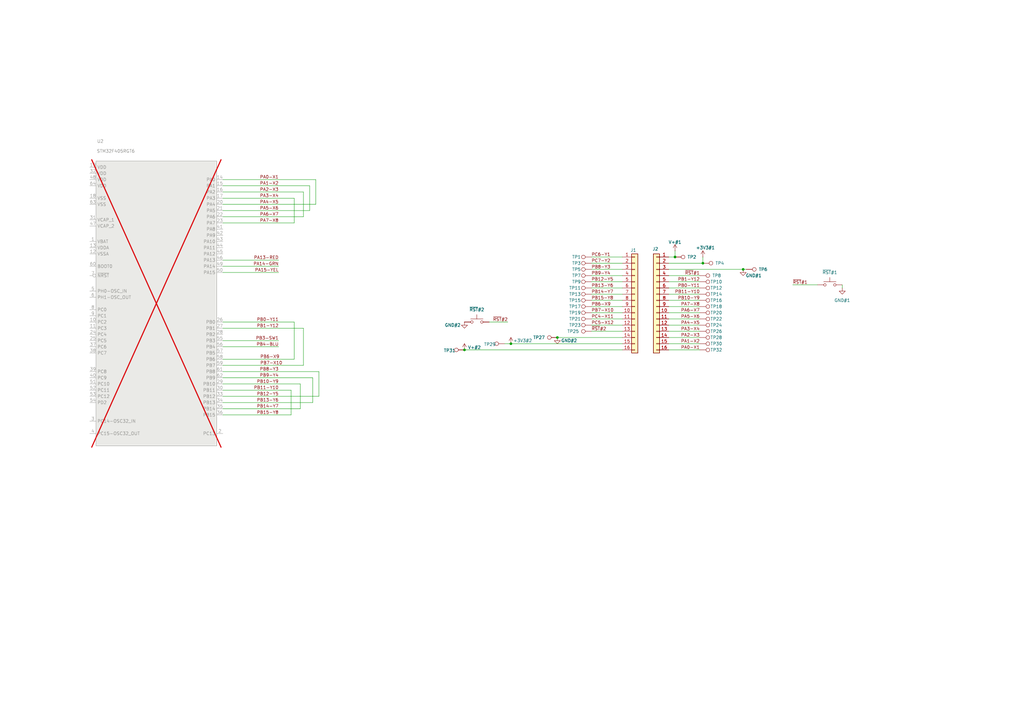
<source format=kicad_sch>
(kicad_sch (version 20250114) (generator "eeschema") (generator_version "9.0")
  (paper "A3")
  (lib_symbols
    (symbol "Connector:TestPoint" (pin_numbers (hide yes)) (pin_names (offset 0.762) (hide yes))
      (property "Reference" "TP" (at 0 6.858 0))
      (property "Value" "TestPoint" (at 0 5.08 0))
      (symbol "TestPoint_0_1"
        (circle (center 0 3.302) (radius 0.762))
      )
      (symbol "TestPoint_1_1"
        (pin passive line (at 0 0 90) (length 2.54) (name "1") (number "1"))
      )
    )
    (symbol "Connector_Generic:Conn_01x16" (pin_names (offset 1.016) (hide yes))
      (property "Reference" "J" (at 0 20.32 0))
      (property "Value" "Conn_01x16" (at 0 -22.86 0))
      (symbol "Conn_01x16_1_1"
        (rectangle (start -1.27 19.05) (end 1.27 -21.59) (stroke (width 0.254)) (fill (type background)))
        (rectangle (start -1.27 17.907) (end 0 17.653) (stroke (width 0.1524)))
        (rectangle (start -1.27 15.367) (end 0 15.113) (stroke (width 0.1524)))
        (rectangle (start -1.27 12.827) (end 0 12.573) (stroke (width 0.1524)))
        (rectangle (start -1.27 10.287) (end 0 10.033) (stroke (width 0.1524)))
        (rectangle (start -1.27 7.747) (end 0 7.493) (stroke (width 0.1524)))
        (rectangle (start -1.27 5.207) (end 0 4.953) (stroke (width 0.1524)))
        (rectangle (start -1.27 2.667) (end 0 2.413) (stroke (width 0.1524)))
        (rectangle (start -1.27 0.127) (end 0 -0.127) (stroke (width 0.1524)))
        (rectangle (start -1.27 -2.413) (end 0 -2.667) (stroke (width 0.1524)))
        (rectangle (start -1.27 -4.953) (end 0 -5.207) (stroke (width 0.1524)))
        (rectangle (start -1.27 -7.493) (end 0 -7.747) (stroke (width 0.1524)))
        (rectangle (start -1.27 -10.033) (end 0 -10.287) (stroke (width 0.1524)))
        (rectangle (start -1.27 -12.573) (end 0 -12.827) (stroke (width 0.1524)))
        (rectangle (start -1.27 -15.113) (end 0 -15.367) (stroke (width 0.1524)))
        (rectangle (start -1.27 -17.653) (end 0 -17.907) (stroke (width 0.1524)))
        (rectangle (start -1.27 -20.193) (end 0 -20.447) (stroke (width 0.1524)))
        (pin passive line (at -5.08 17.78 0) (length 3.81) (name "Pin_1") (number "1"))
        (pin passive line (at -5.08 15.24 0) (length 3.81) (name "Pin_2") (number "2"))
        (pin passive line (at -5.08 12.7 0) (length 3.81) (name "Pin_3") (number "3"))
        (pin passive line (at -5.08 10.16 0) (length 3.81) (name "Pin_4") (number "4"))
        (pin passive line (at -5.08 7.62 0) (length 3.81) (name "Pin_5") (number "5"))
        (pin passive line (at -5.08 5.08 0) (length 3.81) (name "Pin_6") (number "6"))
        (pin passive line (at -5.08 2.54 0) (length 3.81) (name "Pin_7") (number "7"))
        (pin passive line (at -5.08 0 0) (length 3.81) (name "Pin_8") (number "8"))
        (pin passive line (at -5.08 -2.54 0) (length 3.81) (name "Pin_9") (number "9"))
        (pin passive line (at -5.08 -5.08 0) (length 3.81) (name "Pin_10") (number "10"))
        (pin passive line (at -5.08 -7.62 0) (length 3.81) (name "Pin_11") (number "11"))
        (pin passive line (at -5.08 -10.16 0) (length 3.81) (name "Pin_12") (number "12"))
        (pin passive line (at -5.08 -12.7 0) (length 3.81) (name "Pin_13") (number "13"))
        (pin passive line (at -5.08 -15.24 0) (length 3.81) (name "Pin_14") (number "14"))
        (pin passive line (at -5.08 -17.78 0) (length 3.81) (name "Pin_15") (number "15"))
        (pin passive line (at -5.08 -20.32 0) (length 3.81) (name "Pin_16") (number "16"))
      )
    )
    (symbol "MicroPython SymbLib:STM32F405RGT6"
      (property "Reference" "U" (at -23.876 57.404 0))
      (property "Value" "STM32F405RGT6" (at -10.16 53.34 0))
      (symbol "STM32F405RGT6_1_0"
        (pin unspecified line (at -30.48 53.34 0) (length 2.54) (name "VDD") (number "19"))
        (pin unspecified line (at -30.48 50.8 0) (length 2.54) (name "VDD") (number "32"))
        (pin unspecified line (at -30.48 48.26 0) (length 2.54) (name "VDD") (number "48"))
        (pin unspecified line (at -30.48 45.72 0) (length 2.54) (name "VDD") (number "64"))
        (pin unspecified line (at -30.48 40.64 0) (length 2.54) (name "VSS") (number "18"))
        (pin unspecified line (at -30.48 38.1 0) (length 2.54) (name "VSS") (number "63"))
        (pin unspecified line (at -30.48 31.75 0) (length 2.54) (name "VCAP_1") (number "31"))
        (pin unspecified line (at -30.48 29.21 0) (length 2.54) (name "VCAP_2") (number "47"))
        (pin unspecified line (at -30.48 22.86 0) (length 2.54) (name "VBAT") (number "1"))
        (pin unspecified line (at -30.48 20.32 0) (length 2.54) (name "VDDA") (number "13"))
        (pin unspecified line (at -30.48 17.78 0) (length 2.54) (name "VSSA") (number "12"))
        (pin unspecified line (at -30.48 12.7 0) (length 2.54) (name "BOOT0") (number "60"))
        (pin unspecified inverted (at -30.48 8.89 0) (length 2.54) (name "~{NRST}") (number "7"))
        (pin unspecified line (at -30.48 2.54 0) (length 2.54) (name "PH0-OSC_IN") (number "5"))
        (pin unspecified line (at -30.48 0 0) (length 2.54) (name "PH1-OSC_OUT") (number "6"))
        (pin unspecified line (at -30.48 -5.08 0) (length 2.54) (name "PC0") (number "8"))
        (pin unspecified line (at -30.48 -7.62 0) (length 2.54) (name "PC1") (number "9"))
        (pin unspecified line (at -30.48 -10.16 0) (length 2.54) (name "PC2") (number "10"))
        (pin unspecified line (at -30.48 -12.7 0) (length 2.54) (name "PC3") (number "11"))
        (pin unspecified line (at -30.48 -15.24 0) (length 2.54) (name "PC4") (number "24"))
        (pin unspecified line (at -30.48 -17.78 0) (length 2.54) (name "PC5") (number "25"))
        (pin unspecified line (at -30.48 -20.32 0) (length 2.54) (name "PC6") (number "37"))
        (pin unspecified line (at -30.48 -22.86 0) (length 2.54) (name "PC7") (number "38"))
        (pin unspecified line (at -30.48 -30.48 0) (length 2.54) (name "PC8") (number "39"))
        (pin unspecified line (at -30.48 -33.02 0) (length 2.54) (name "PC9") (number "40"))
        (pin unspecified line (at -30.48 -35.56 0) (length 2.54) (name "PC10") (number "51"))
        (pin unspecified line (at -30.48 -38.1 0) (length 2.54) (name "PC11") (number "52"))
        (pin unspecified line (at -30.48 -40.64 0) (length 2.54) (name "PC12") (number "53"))
        (pin unspecified line (at -30.48 -43.18 0) (length 2.54) (name "PD2") (number "54"))
        (pin unspecified line (at -30.48 -50.8 0) (length 2.54) (name "PC14-OSC32_IN") (number "3"))
        (pin unspecified line (at -30.48 -55.88 0) (length 2.54) (name "PC15-OSC32_OUT") (number "4"))
        (pin unspecified line (at 24.13 48.26 180) (length 2.54) (name "PA0") (number "14"))
        (pin unspecified line (at 24.13 45.72 180) (length 2.54) (name "PA1") (number "15"))
        (pin unspecified line (at 24.13 43.18 180) (length 2.54) (name "PA2") (number "16"))
        (pin unspecified line (at 24.13 40.64 180) (length 2.54) (name "PA3") (number "17"))
        (pin unspecified line (at 24.13 38.1 180) (length 2.54) (name "PA4") (number "20"))
        (pin unspecified line (at 24.13 35.56 180) (length 2.54) (name "PA5") (number "21"))
        (pin unspecified line (at 24.13 33.02 180) (length 2.54) (name "PA6") (number "22"))
        (pin unspecified line (at 24.13 30.48 180) (length 2.54) (name "PA7") (number "23"))
        (pin unspecified line (at 24.13 27.94 180) (length 2.54) (name "PA8") (number "41"))
        (pin unspecified line (at 24.13 25.4 180) (length 2.54) (name "PA9") (number "42"))
        (pin unspecified line (at 24.13 22.86 180) (length 2.54) (name "PA10") (number "43"))
        (pin unspecified line (at 24.13 20.32 180) (length 2.54) (name "PA11") (number "44"))
        (pin unspecified line (at 24.13 17.78 180) (length 2.54) (name "PA12") (number "45"))
        (pin unspecified line (at 24.13 15.24 180) (length 2.54) (name "PA13") (number "46"))
        (pin unspecified line (at 24.13 12.7 180) (length 2.54) (name "PA14") (number "49"))
        (pin unspecified line (at 24.13 10.16 180) (length 2.54) (name "PA15") (number "50"))
        (pin unspecified line (at 24.13 -10.16 180) (length 2.54) (name "PB0") (number "26"))
        (pin unspecified line (at 24.13 -12.7 180) (length 2.54) (name "PB1") (number "27"))
        (pin unspecified line (at 24.13 -15.24 180) (length 2.54) (name "PB2") (number "28"))
        (pin unspecified line (at 24.13 -17.78 180) (length 2.54) (name "PB3") (number "55"))
        (pin unspecified line (at 24.13 -20.32 180) (length 2.54) (name "PB4") (number "56"))
        (pin unspecified line (at 24.13 -22.86 180) (length 2.54) (name "PB5") (number "57"))
        (pin unspecified line (at 24.13 -25.4 180) (length 2.54) (name "PB6") (number "58"))
        (pin unspecified line (at 24.13 -27.94 180) (length 2.54) (name "PB7") (number "59"))
        (pin unspecified line (at 24.13 -30.48 180) (length 2.54) (name "PB8") (number "61"))
        (pin unspecified line (at 24.13 -33.02 180) (length 2.54) (name "PB9") (number "62"))
        (pin unspecified line (at 24.13 -35.56 180) (length 2.54) (name "PB10") (number "29"))
        (pin unspecified line (at 24.13 -38.1 180) (length 2.54) (name "PB11") (number "30"))
        (pin unspecified line (at 24.13 -40.64 180) (length 2.54) (name "PB12") (number "33"))
        (pin unspecified line (at 24.13 -43.18 180) (length 2.54) (name "PB13") (number "34"))
        (pin unspecified line (at 24.13 -45.72 180) (length 2.54) (name "PB14") (number "35"))
        (pin unspecified line (at 24.13 -48.26 180) (length 2.54) (name "PB15") (number "36"))
        (pin unspecified line (at 24.13 -55.88 180) (length 2.54) (name "PC13") (number "2"))
      )
      (symbol "STM32F405RGT6_1_1"
        (rectangle (start -27.94 55.88) (end 21.59 -60.96) (stroke (width 0) (color 132 0 0 1)) (fill (type color) (color 255 255 194 1)))
      )
    )
    (symbol "Switch:SW_Push" (pin_numbers (hide yes)) (pin_names (offset 1.016) (hide yes))
      (property "Reference" "SW" (at 1.27 2.54 0))
      (property "Value" "SW_Push" (at 0 -1.524 0))
      (symbol "SW_Push_0_1"
        (circle (center -2.032 0) (radius 0.508))
        (polyline (pts (xy 0 1.27) (xy 0 3.048)))
        (circle (center 2.032 0) (radius 0.508))
        (polyline (pts (xy 2.54 1.27) (xy -2.54 1.27)))
        (pin passive line (at -5.08 0 0) (length 2.54) (name "1") (number "1"))
        (pin passive line (at 5.08 0 180) (length 2.54) (name "2") (number "2"))
      )
    )
    (symbol "power:+3V3" (power) (pin_numbers (hide yes)) (pin_names (offset 0) (hide yes))
      (property "Value" "+3V3" (at 0 3.556 0))
      (symbol "+3V3_0_1"
        (polyline (pts (xy -0.762 1.27) (xy 0 2.54)))
        (polyline (pts (xy 0 2.54) (xy 0.762 1.27)))
        (polyline (pts (xy 0 0) (xy 0 2.54)))
      )
      (symbol "+3V3_1_1"
        (pin power_in line (at 0 0 90) (length 0) (name "~") (number "1"))
      )
    )
    (symbol "power:+5V" (power) (pin_numbers (hide yes)) (pin_names (offset 0) (hide yes))
      (property "Value" "+5V" (at 0 3.556 0))
      (symbol "+5V_0_1"
        (polyline (pts (xy -0.762 1.27) (xy 0 2.54)))
        (polyline (pts (xy 0 2.54) (xy 0.762 1.27)))
        (polyline (pts (xy 0 0) (xy 0 2.54)))
      )
      (symbol "+5V_1_1"
        (pin power_in line (at 0 0 90) (length 0) (name "~") (number "1"))
      )
    )
    (symbol "power:GND" (power) (pin_numbers (hide yes)) (pin_names (offset 0) (hide yes))
      (property "Value" "GND" (at 0 -3.81 0))
      (symbol "GND_0_1"
        (polyline (pts (xy 0 0) (xy 0 -1.27) (xy 1.27 -1.27) (xy 0 -2.54) (xy -1.27 -1.27) (xy 0 -1.27)))
      )
      (symbol "GND_1_1"
        (pin power_in line (at 0 0 270) (length 0) (name "~") (number "1"))
      )
    )
  )
  (junction (at 228.6 138.43))
  (junction (at 209.55 140.97))
  (junction (at 288.29 107.95))
  (junction (at 304.8 110.49))
  (junction (at 276.86 105.41))
  (junction (at 190.5 143.51))
  (wire (pts (xy 288.29 105.41) (xy 288.29 107.95)))
  (wire (pts (xy 91.44 170.18) (xy 119.38 170.18)))
  (wire (pts (xy 91.44 76.2) (xy 127 76.2)))
  (wire (pts (xy 91.44 147.32) (xy 120.65 147.32)))
  (wire (pts (xy 274.32 113.03) (xy 287.02 113.03)))
  (wire (pts (xy 274.32 133.35) (xy 287.02 133.35)))
  (wire (pts (xy 91.44 157.48) (xy 123.19 157.48)))
  (wire (pts (xy 123.19 157.48) (xy 123.19 167.64)))
  (wire (pts (xy 242.57 110.49) (xy 255.27 110.49)))
  (wire (pts (xy 242.57 118.11) (xy 255.27 118.11)))
  (wire (pts (xy 91.44 149.86) (xy 124.46 149.86)))
  (wire (pts (xy 91.44 134.62) (xy 124.46 134.62)))
  (wire (pts (xy 274.32 128.27) (xy 287.02 128.27)))
  (wire (pts (xy 242.57 120.65) (xy 255.27 120.65)))
  (wire (pts (xy 274.32 143.51) (xy 287.02 143.51)))
  (wire (pts (xy 242.57 105.41) (xy 255.27 105.41)))
  (wire (pts (xy 91.44 165.1) (xy 128.27 165.1)))
  (wire (pts (xy 91.44 142.24) (xy 114.3 142.24)))
  (wire (pts (xy 127 76.2) (xy 127 86.36)))
  (wire (pts (xy 274.32 118.11) (xy 287.02 118.11)))
  (wire (pts (xy 129.54 73.66) (xy 129.54 83.82)))
  (wire (pts (xy 274.32 123.19) (xy 287.02 123.19)))
  (wire (pts (xy 242.57 128.27) (xy 255.27 128.27)))
  (wire (pts (xy 276.86 102.87) (xy 276.86 105.41)))
  (wire (pts (xy 325.12 116.84) (xy 335.28 116.84)))
  (wire (pts (xy 274.32 120.65) (xy 287.02 120.65)))
  (wire (pts (xy 190.5 143.51) (xy 255.27 143.51)))
  (wire (pts (xy 274.32 107.95) (xy 288.29 107.95)))
  (wire (pts (xy 274.32 135.89) (xy 287.02 135.89)))
  (wire (pts (xy 91.44 154.94) (xy 128.27 154.94)))
  (wire (pts (xy 228.6 138.43) (xy 255.27 138.43)))
  (wire (pts (xy 128.27 154.94) (xy 128.27 165.1)))
  (wire (pts (xy 91.44 132.08) (xy 120.65 132.08)))
  (wire (pts (xy 274.32 138.43) (xy 287.02 138.43)))
  (wire (pts (xy 91.44 109.22) (xy 114.3 109.22)))
  (wire (pts (xy 120.65 81.28) (xy 120.65 91.44)))
  (wire (pts (xy 274.32 105.41) (xy 276.86 105.41)))
  (wire (pts (xy 242.57 107.95) (xy 255.27 107.95)))
  (wire (pts (xy 242.57 135.89) (xy 255.27 135.89)))
  (wire (pts (xy 130.81 152.4) (xy 130.81 162.56)))
  (wire (pts (xy 91.44 73.66) (xy 129.54 73.66)))
  (wire (pts (xy 124.46 78.74) (xy 124.46 88.9)))
  (wire (pts (xy 91.44 81.28) (xy 120.65 81.28)))
  (wire (pts (xy 274.32 130.81) (xy 287.02 130.81)))
  (wire (pts (xy 91.44 160.02) (xy 119.38 160.02)))
  (wire (pts (xy 91.44 167.64) (xy 123.19 167.64)))
  (wire (pts (xy 242.57 113.03) (xy 255.27 113.03)))
  (wire (pts (xy 242.57 115.57) (xy 255.27 115.57)))
  (wire (pts (xy 209.55 140.97) (xy 255.27 140.97)))
  (wire (pts (xy 119.38 160.02) (xy 119.38 170.18)))
  (wire (pts (xy 306.07 110.49) (xy 304.8 110.49)))
  (wire (pts (xy 91.44 162.56) (xy 130.81 162.56)))
  (wire (pts (xy 91.44 88.9) (xy 124.46 88.9)))
  (wire (pts (xy 91.44 83.82) (xy 129.54 83.82)))
  (wire (pts (xy 91.44 139.7) (xy 114.3 139.7)))
  (wire (pts (xy 345.44 116.84) (xy 345.44 118.11)))
  (wire (pts (xy 124.46 134.62) (xy 124.46 149.86)))
  (wire (pts (xy 242.57 133.35) (xy 255.27 133.35)))
  (wire (pts (xy 242.57 130.81) (xy 255.27 130.81)))
  (wire (pts (xy 91.44 86.36) (xy 127 86.36)))
  (wire (pts (xy 91.44 152.4) (xy 130.81 152.4)))
  (wire (pts (xy 274.32 110.49) (xy 304.8 110.49)))
  (wire (pts (xy 91.44 91.44) (xy 120.65 91.44)))
  (wire (pts (xy 208.28 132.08) (xy 200.66 132.08)))
  (wire (pts (xy 274.32 115.57) (xy 287.02 115.57)))
  (wire (pts (xy 274.32 140.97) (xy 287.02 140.97)))
  (wire (pts (xy 91.44 106.68) (xy 114.3 106.68)))
  (wire (pts (xy 242.57 123.19) (xy 255.27 123.19)))
  (wire (pts (xy 120.65 147.32) (xy 120.65 132.08)))
  (wire (pts (xy 242.57 125.73) (xy 255.27 125.73)))
  (wire (pts (xy 91.44 111.76) (xy 114.3 111.76)))
  (wire (pts (xy 207.01 140.97) (xy 209.55 140.97)))
  (wire (pts (xy 274.32 125.73) (xy 287.02 125.73)))
  (wire (pts (xy 91.44 78.74) (xy 124.46 78.74)))
  (label "PA14-GRN" (at 114.3 109.22 180))
  (label "PA5-X6" (at 114.3 86.36 180))
  (label "PA13-RED" (at 114.3 106.68 180))
  (label "PC5-X12" (at 242.57 133.35 0))
  (label "PC4-X11" (at 242.57 130.81 0))
  (label "PA7-X8" (at 287.02 125.73 180))
  (label "PB4-BLU" (at 114.3 142.24 180))
  (label "PB9-Y4" (at 114.3 154.94 180))
  (label "PB13-Y6" (at 114.3 165.1 180))
  (label "PA2-X3" (at 287.02 138.43 180))
  (label "PA1-X2" (at 287.02 140.97 180))
  (label "PB8-Y3" (at 114.3 152.4 180))
  (label "PA6-X7" (at 114.3 88.9 180))
  (label "PB8-Y3" (at 242.57 110.49 0))
  (label "PB3-SW1" (at 114.3 139.7 180))
  (label "PA1-X2" (at 114.3 76.2 180))
  (label "PB6-X9" (at 106.68 147.32 0))
  (label "PB0-Y11" (at 287.02 118.11 180))
  (label "PB7-X10" (at 106.68 149.86 0))
  (label "~{RST}#1" (at 325.12 116.84 0))
  (label "PA0-X1" (at 287.02 143.51 180))
  (label "PB1-Y12" (at 114.3 134.62 180))
  (label "PB12-Y5" (at 242.57 115.57 0))
  (label "PB15-Y8" (at 114.3 170.18 180))
  (label "PC6-Y1" (at 242.57 105.41 0))
  (label "PA3-X4" (at 114.3 81.28 180))
  (label "PC7-Y2" (at 242.57 107.95 0))
  (label "PB10-Y9" (at 287.02 123.19 180))
  (label "PA6-X7" (at 287.02 128.27 180))
  (label "PB14-Y7" (at 114.3 167.64 180))
  (label "PA4-X5" (at 114.3 83.82 180))
  (label "~{RST}#1" (at 287.02 113.03 180))
  (label "PA2-X3" (at 114.3 78.74 180))
  (label "PA0-X1" (at 114.3 73.66 180))
  (label "PA3-X4" (at 287.02 135.89 180))
  (label "PA15-YEL" (at 114.3 111.76 180))
  (label "~{RST}#2" (at 208.28 132.08 180))
  (label "~{RST}#2" (at 242.57 135.89 0))
  (label "PB6-X9" (at 242.57 125.73 0))
  (label "PA5-X6" (at 287.02 130.81 180))
  (label "PB1-Y12" (at 287.02 115.57 180))
  (label "PB11-Y10" (at 287.02 120.65 180))
  (label "PB15-Y8" (at 242.57 123.19 0))
  (label "PB7-X10" (at 242.57 128.27 0))
  (label "PA4-X5" (at 287.02 133.35 180))
  (label "PB0-Y11" (at 114.3 132.08 180))
  (label "PB12-Y5" (at 114.3 162.56 180))
  (label "PB9-Y4" (at 242.57 113.03 0))
  (label "PB13-Y6" (at 242.57 118.11 0))
  (label "PB10-Y9" (at 114.3 157.48 180))
  (label "PB11-Y10" (at 114.3 160.02 180))
  (label "PB14-Y7" (at 242.57 120.65 0))
  (label "PA7-X8" (at 114.3 91.44 180))
  (symbol (lib_id "Connector:TestPoint") (at 276.86 105.41 270) (unit 1) (in_bom no)
    (property "Reference" "TP2" (at 281.94 105.4099 90) (effects (justify left)))
    (property "Value" "TestPoint" (effects (hide yes)))
    (property "Footprint" "TestPoint:TestPoint_Keystone_5015_Micro_Mini" (effects (hide yes)))
    (property "Description" "test point" (effects (hide yes)))
  )
  (symbol (lib_id "power:GND") (at 228.6 138.43 0) (mirror y) (unit 1)
    (property "Reference" "#PWR04" (effects (hide yes)))
    (property "Value" "GND#2" (at 233.426 139.7 0))
    (property "Description" "Power symbol creates a global label with name \"GND\" , ground" (effects (hide yes)))
  )
  (symbol (lib_id "Connector:TestPoint") (at 242.57 135.89 90) (unit 1) (in_bom no)
    (property "Reference" "TP25" (at 237.49 135.8899 90) (effects (justify left)))
    (property "Value" "TestPoint" (effects (hide yes)))
    (property "Footprint" "TestPoint:TestPoint_Keystone_5015_Micro_Mini" (effects (hide yes)))
    (property "Description" "test point" (effects (hide yes)))
  )
  (symbol (lib_id "Connector:TestPoint") (at 190.5 143.51 90) (unit 1) (in_bom no)
    (property "Reference" "TP31" (at 184.404 143.764 90))
    (property "Value" "TestPoint" (effects (hide yes)))
    (property "Footprint" "TestPoint:TestPoint_Keystone_5015_Micro_Mini" (effects (hide yes)))
    (property "Description" "test point" (effects (hide yes)))
  )
  (symbol (lib_id "Connector:TestPoint") (at 287.02 118.11 270) (mirror x) (unit 1) (in_bom no)
    (property "Reference" "TP12" (at 291.338 118.11 90) (effects (justify left)))
    (property "Value" "TestPoint" (effects (hide yes)))
    (property "Footprint" "TestPoint:TestPoint_Keystone_5015_Micro_Mini" (effects (hide yes)))
    (property "Description" "test point" (effects (hide yes)))
  )
  (symbol (lib_id "Connector:TestPoint") (at 242.57 133.35 90) (unit 1) (in_bom no)
    (property "Reference" "TP23" (at 238.252 133.35 90) (effects (justify left)))
    (property "Value" "TestPoint" (effects (hide yes)))
    (property "Footprint" "TestPoint:TestPoint_Keystone_5015_Micro_Mini" (effects (hide yes)))
    (property "Description" "test point" (effects (hide yes)))
  )
  (symbol (lib_id "power:GND") (at 190.5 132.08 0) (mirror y) (unit 1)
    (property "Reference" "#PWR08" (effects (hide yes)))
    (property "Value" "GND#2" (at 185.674 133.35 0))
    (property "Description" "Power symbol creates a global label with name \"GND\" , ground" (effects (hide yes)))
  )
  (symbol (lib_id "Connector:TestPoint") (at 306.07 110.49 270) (unit 1) (in_bom no)
    (property "Reference" "TP6" (at 311.15 110.4899 90) (effects (justify left)))
    (property "Value" "TestPoint" (effects (hide yes)))
    (property "Footprint" "TestPoint:TestPoint_Keystone_5000-5004_Miniature" (effects (hide yes)))
    (property "Description" "test point" (effects (hide yes)))
  )
  (symbol (lib_id "Connector:TestPoint") (at 287.02 133.35 270) (mirror x) (unit 1) (in_bom no)
    (property "Reference" "TP24" (at 291.338 133.35 90) (effects (justify left)))
    (property "Value" "TestPoint" (effects (hide yes)))
    (property "Footprint" "TestPoint:TestPoint_Keystone_5015_Micro_Mini" (effects (hide yes)))
    (property "Description" "test point" (effects (hide yes)))
  )
  (symbol (lib_id "power:GND") (at 304.8 110.49 0) (mirror y) (unit 1)
    (property "Reference" "#PWR03" (effects (hide yes)))
    (property "Value" "GND#1" (at 309.118 113.03 0))
    (property "Description" "Power symbol creates a global label with name \"GND\" , ground" (effects (hide yes)))
  )
  (symbol (lib_id "Connector:TestPoint") (at 287.02 115.57 270) (mirror x) (unit 1) (in_bom no)
    (property "Reference" "TP10" (at 291.338 115.57 90) (effects (justify left)))
    (property "Value" "TestPoint" (effects (hide yes)))
    (property "Footprint" "TestPoint:TestPoint_Keystone_5015_Micro_Mini" (effects (hide yes)))
    (property "Description" "test point" (effects (hide yes)))
  )
  (symbol (lib_id "Connector:TestPoint") (at 242.57 107.95 90) (unit 1) (in_bom no)
    (property "Reference" "TP3" (at 238.252 107.95 90) (effects (justify left)))
    (property "Value" "TestPoint" (effects (hide yes)))
    (property "Footprint" "TestPoint:TestPoint_Keystone_5015_Micro_Mini" (effects (hide yes)))
    (property "Description" "test point" (effects (hide yes)))
  )
  (symbol (lib_id "Switch:SW_Push") (at 340.36 116.84 0) (unit 1)
    (property "Reference" "~{RST}#1" (at 340.36 111.76 0))
    (property "Value" "SW_SPST" (effects (hide yes)))
    (property "Footprint" "SWITCH TACTILE SPST-NO 0.05A 12V" (effects (hide yes)))
    (property "Description" "Push button switch" (effects (hide yes)))
    (property "MPN" "TL3305BF260QG" (effects (hide yes)))
    (property "OEPSPN" "OEPS100061" (effects (hide yes)))
  )
  (symbol (lib_id "Connector:TestPoint") (at 287.02 143.51 270) (mirror x) (unit 1) (in_bom no)
    (property "Reference" "TP32" (at 291.338 143.51 90) (effects (justify left)))
    (property "Value" "TestPoint" (effects (hide yes)))
    (property "Footprint" "TestPoint:TestPoint_Keystone_5015_Micro_Mini" (effects (hide yes)))
    (property "Description" "test point" (effects (hide yes)))
  )
  (symbol (lib_id "power:+5V") (at 276.86 102.87 0) (unit 1)
    (property "Reference" "#PWR01" (effects (hide yes)))
    (property "Value" "V+#1" (at 276.86 99.314 0))
    (property "Description" "Power symbol creates a global label with name \"+5V\"" (effects (hide yes)))
  )
  (symbol (lib_id "Connector:TestPoint") (at 242.57 125.73 90) (unit 1) (in_bom no)
    (property "Reference" "TP17" (at 238.252 125.73 90) (effects (justify left)))
    (property "Value" "TestPoint" (effects (hide yes)))
    (property "Footprint" "TestPoint:TestPoint_Keystone_5015_Micro_Mini" (effects (hide yes)))
    (property "Description" "test point" (effects (hide yes)))
  )
  (symbol (lib_id "power:+5V") (at 190.5 143.51 0) (unit 1)
    (property "Reference" "#PWR06" (effects (hide yes)))
    (property "Value" "V+#2" (at 194.564 142.494 0))
    (property "Description" "Power symbol creates a global label with name \"+5V\"" (effects (hide yes)))
  )
  (symbol (lib_id "Connector:TestPoint") (at 242.57 113.03 90) (unit 1) (in_bom no)
    (property "Reference" "TP7" (at 238.252 113.03 90) (effects (justify left)))
    (property "Value" "TestPoint" (effects (hide yes)))
    (property "Footprint" "TestPoint:TestPoint_Keystone_5015_Micro_Mini" (effects (hide yes)))
    (property "Description" "test point" (effects (hide yes)))
  )
  (symbol (lib_id "Connector:TestPoint") (at 287.02 138.43 270) (mirror x) (unit 1) (in_bom no)
    (property "Reference" "TP28" (at 291.338 138.43 90) (effects (justify left)))
    (property "Value" "TestPoint" (effects (hide yes)))
    (property "Footprint" "TestPoint:TestPoint_Keystone_5015_Micro_Mini" (effects (hide yes)))
    (property "Description" "test point" (effects (hide yes)))
  )
  (symbol (lib_id "Connector:TestPoint") (at 207.01 140.97 90) (unit 1) (in_bom no)
    (property "Reference" "TP29" (at 200.914 141.224 90))
    (property "Value" "TestPoint" (effects (hide yes)))
    (property "Footprint" "TestPoint:TestPoint_Keystone_5015_Micro_Mini" (effects (hide yes)))
    (property "Description" "test point" (effects (hide yes)))
  )
  (symbol (lib_id "Connector:TestPoint") (at 287.02 123.19 270) (mirror x) (unit 1) (in_bom no)
    (property "Reference" "TP16" (at 291.338 123.19 90) (effects (justify left)))
    (property "Value" "TestPoint" (effects (hide yes)))
    (property "Footprint" "TestPoint:TestPoint_Keystone_5015_Micro_Mini" (effects (hide yes)))
    (property "Description" "test point" (effects (hide yes)))
  )
  (symbol (lib_id "power:GND") (at 345.44 118.11 0) (mirror y) (unit 1)
    (property "Reference" "#PWR07" (effects (hide yes)))
    (property "Value" "GND#1" (at 345.44 123.19 0))
    (property "Description" "Power symbol creates a global label with name \"GND\" , ground" (effects (hide yes)))
  )
  (symbol (lib_id "Connector_Generic:Conn_01x16") (at 269.24 123.19 0) (mirror y) (unit 1)
    (property "Reference" "J2" (at 270.002 102.108 0) (effects (justify left)))
    (property "Value" "Conn_01x08" (effects (hide yes)))
    (property "Footprint" "Connector_PinHeader_2.54mm:PinHeader_1x16_P2.54mm_Vertical" (effects (hide yes)))
    (property "Description" "HEADER VERT 16POS 2.54MM" (effects (hide yes)))
    (property "MPN" "TSW-116-06-T-S" (effects (hide yes)))
    (property "OEPSPN" "OEPS070109" (effects (hide yes)))
  )
  (symbol (lib_id "Connector:TestPoint") (at 287.02 140.97 270) (mirror x) (unit 1) (in_bom no)
    (property "Reference" "TP30" (at 291.338 140.97 90) (effects (justify left)))
    (property "Value" "TestPoint" (effects (hide yes)))
    (property "Footprint" "TestPoint:TestPoint_Keystone_5015_Micro_Mini" (effects (hide yes)))
    (property "Description" "test point" (effects (hide yes)))
  )
  (symbol (lib_id "Connector:TestPoint") (at 242.57 130.81 90) (unit 1) (in_bom no)
    (property "Reference" "TP21" (at 238.252 130.81 90) (effects (justify left)))
    (property "Value" "TestPoint" (effects (hide yes)))
    (property "Footprint" "TestPoint:TestPoint_Keystone_5015_Micro_Mini" (effects (hide yes)))
    (property "Description" "test point" (effects (hide yes)))
  )
  (symbol (lib_id "Connector:TestPoint") (at 287.02 120.65 270) (mirror x) (unit 1) (in_bom no)
    (property "Reference" "TP14" (at 291.338 120.65 90) (effects (justify left)))
    (property "Value" "TestPoint" (effects (hide yes)))
    (property "Footprint" "TestPoint:TestPoint_Keystone_5015_Micro_Mini" (effects (hide yes)))
    (property "Description" "test point" (effects (hide yes)))
  )
  (symbol (lib_id "MicroPython SymbLib:STM32F405RGT6") (at 67.31 121.92 0) (unit 1) (in_bom no) (on_board no) (dnp yes)
    (property "Reference" "U2" (at 41.148 57.912 0))
    (property "Value" "STM32F405RGT6" (at 47.498 61.976 0))
    (property "Footprint" "Package_QFP:LQFP-64_10x10mm_P0.5mm" (effects (hide yes)))
    (property "Description" "ARM® Cortex®-M4 STM32F4 CI microcontrolador Núcleo simples de 32 bits 168MHz 1MB (1M x 8) FLASH" (effects (hide yes)))
    (property "MPN" "STM32F405RGT6" (effects (hide yes)))
    (property "OEPSPN" "OEPS080178" (effects (hide yes)))
  )
  (symbol (lib_id "Connector:TestPoint") (at 287.02 135.89 270) (mirror x) (unit 1) (in_bom no)
    (property "Reference" "TP26" (at 291.338 135.89 90) (effects (justify left)))
    (property "Value" "TestPoint" (effects (hide yes)))
    (property "Footprint" "TestPoint:TestPoint_Keystone_5015_Micro_Mini" (effects (hide yes)))
    (property "Description" "test point" (effects (hide yes)))
  )
  (symbol (lib_id "Connector:TestPoint") (at 288.29 107.95 270) (unit 1) (in_bom no)
    (property "Reference" "TP4" (at 293.37 107.9499 90) (effects (justify left)))
    (property "Value" "TestPoint" (effects (hide yes)))
    (property "Footprint" "TestPoint:TestPoint_Keystone_5015_Micro_Mini" (effects (hide yes)))
    (property "Description" "test point" (effects (hide yes)))
  )
  (symbol (lib_id "Connector:TestPoint") (at 242.57 120.65 90) (unit 1) (in_bom no)
    (property "Reference" "TP13" (at 238.252 120.65 90) (effects (justify left)))
    (property "Value" "TestPoint" (effects (hide yes)))
    (property "Footprint" "TestPoint:TestPoint_Keystone_5015_Micro_Mini" (effects (hide yes)))
    (property "Description" "test point" (effects (hide yes)))
  )
  (symbol (lib_id "Connector:TestPoint") (at 228.6 138.43 90) (unit 1) (in_bom no)
    (property "Reference" "TP27" (at 223.52 138.4299 90) (effects (justify left)))
    (property "Value" "TestPoint" (effects (hide yes)))
    (property "Footprint" "TestPoint:TestPoint_Keystone_5000-5004_Miniature" (effects (hide yes)))
    (property "Description" "test point" (effects (hide yes)))
  )
  (symbol (lib_id "Connector:TestPoint") (at 287.02 130.81 270) (mirror x) (unit 1) (in_bom no)
    (property "Reference" "TP22" (at 291.338 130.81 90) (effects (justify left)))
    (property "Value" "TestPoint" (effects (hide yes)))
    (property "Footprint" "TestPoint:TestPoint_Keystone_5015_Micro_Mini" (effects (hide yes)))
    (property "Description" "test point" (effects (hide yes)))
  )
  (symbol (lib_id "Connector:TestPoint") (at 242.57 115.57 90) (unit 1) (in_bom no)
    (property "Reference" "TP9" (at 238.252 115.57 90) (effects (justify left)))
    (property "Value" "TestPoint" (effects (hide yes)))
    (property "Footprint" "TestPoint:TestPoint_Keystone_5015_Micro_Mini" (effects (hide yes)))
    (property "Description" "test point" (effects (hide yes)))
  )
  (symbol (lib_id "Connector:TestPoint") (at 242.57 118.11 90) (unit 1) (in_bom no)
    (property "Reference" "TP11" (at 238.252 118.11 90) (effects (justify left)))
    (property "Value" "TestPoint" (effects (hide yes)))
    (property "Footprint" "TestPoint:TestPoint_Keystone_5015_Micro_Mini" (effects (hide yes)))
    (property "Description" "test point" (effects (hide yes)))
  )
  (symbol (lib_id "Connector:TestPoint") (at 242.57 105.41 90) (unit 1) (in_bom no)
    (property "Reference" "TP1" (at 238.252 105.41 90) (effects (justify left)))
    (property "Value" "TestPoint" (effects (hide yes)))
    (property "Footprint" "TestPoint:TestPoint_Keystone_5015_Micro_Mini" (effects (hide yes)))
    (property "Description" "test point" (effects (hide yes)))
  )
  (symbol (lib_id "power:+3V3") (at 209.55 140.97 0) (unit 1)
    (property "Reference" "#PWR05" (effects (hide yes)))
    (property "Value" "+3V3#2" (at 214.376 139.7 0))
    (property "Description" "Power symbol creates a global label with name \"+3V3\"" (effects (hide yes)))
  )
  (symbol (lib_id "Connector:TestPoint") (at 287.02 125.73 270) (mirror x) (unit 1) (in_bom no)
    (property "Reference" "TP18" (at 291.338 125.73 90) (effects (justify left)))
    (property "Value" "TestPoint" (effects (hide yes)))
    (property "Footprint" "TestPoint:TestPoint_Keystone_5015_Micro_Mini" (effects (hide yes)))
    (property "Description" "test point" (effects (hide yes)))
  )
  (symbol (lib_id "power:+3V3") (at 288.29 105.41 0) (unit 1)
    (property "Reference" "#PWR02" (effects (hide yes)))
    (property "Value" "+3V3#1" (at 289.306 101.6 0))
    (property "Description" "Power symbol creates a global label with name \"+3V3\"" (effects (hide yes)))
  )
  (symbol (lib_id "Connector_Generic:Conn_01x16") (at 260.35 123.19 0) (unit 1)
    (property "Reference" "J1" (at 258.572 102.616 0) (effects (justify left)))
    (property "Value" "Conn_01x08" (effects (hide yes)))
    (property "Footprint" "Connector_PinHeader_2.54mm:PinHeader_1x16_P2.54mm_Vertical" (effects (hide yes)))
    (property "Description" "HEADER VERT 16POS 2.54MM" (effects (hide yes)))
    (property "MPN" "TSW-116-06-T-S" (effects (hide yes)))
    (property "OEPSPN" "OEPS070109" (effects (hide yes)))
  )
  (symbol (lib_id "Switch:SW_Push") (at 195.58 132.08 0) (unit 1)
    (property "Reference" "~{RST}#2" (at 195.58 127 0))
    (property "Value" "SW_SPST" (effects (hide yes)))
    (property "Footprint" "SWITCH TACTILE SPST-NO 0.05A 12V" (effects (hide yes)))
    (property "Description" "Push button switch" (effects (hide yes)))
    (property "MPN" "TL3305BF260QG" (effects (hide yes)))
    (property "OEPSPN" "OEPS100061" (effects (hide yes)))
  )
  (symbol (lib_id "Connector:TestPoint") (at 287.02 128.27 270) (mirror x) (unit 1) (in_bom no)
    (property "Reference" "TP20" (at 291.338 128.27 90) (effects (justify left)))
    (property "Value" "TestPoint" (effects (hide yes)))
    (property "Footprint" "TestPoint:TestPoint_Keystone_5015_Micro_Mini" (effects (hide yes)))
    (property "Description" "test point" (effects (hide yes)))
  )
  (symbol (lib_id "Connector:TestPoint") (at 242.57 123.19 90) (unit 1) (in_bom no)
    (property "Reference" "TP15" (at 238.252 123.19 90) (effects (justify left)))
    (property "Value" "TestPoint" (effects (hide yes)))
    (property "Footprint" "TestPoint:TestPoint_Keystone_5015_Micro_Mini" (effects (hide yes)))
    (property "Description" "test point" (effects (hide yes)))
  )
  (symbol (lib_id "Connector:TestPoint") (at 242.57 110.49 90) (unit 1) (in_bom no)
    (property "Reference" "TP5" (at 238.252 110.49 90) (effects (justify left)))
    (property "Value" "TestPoint" (effects (hide yes)))
    (property "Footprint" "TestPoint:TestPoint_Keystone_5015_Micro_Mini" (effects (hide yes)))
    (property "Description" "test point" (effects (hide yes)))
  )
  (symbol (lib_id "Connector:TestPoint") (at 242.57 128.27 90) (unit 1) (in_bom no)
    (property "Reference" "TP19" (at 238.252 128.27 90) (effects (justify left)))
    (property "Value" "TestPoint" (effects (hide yes)))
    (property "Footprint" "TestPoint:TestPoint_Keystone_5015_Micro_Mini" (effects (hide yes)))
    (property "Description" "test point" (effects (hide yes)))
  )
  (symbol (lib_id "Connector:TestPoint") (at 287.02 113.03 270) (unit 1) (in_bom no)
    (property "Reference" "TP8" (at 292.1 113.0299 90) (effects (justify left)))
    (property "Value" "TestPoint" (effects (hide yes)))
    (property "Footprint" "TestPoint:TestPoint_Keystone_5015_Micro_Mini" (effects (hide yes)))
    (property "Description" "test point" (effects (hide yes)))
  )
)
</source>
